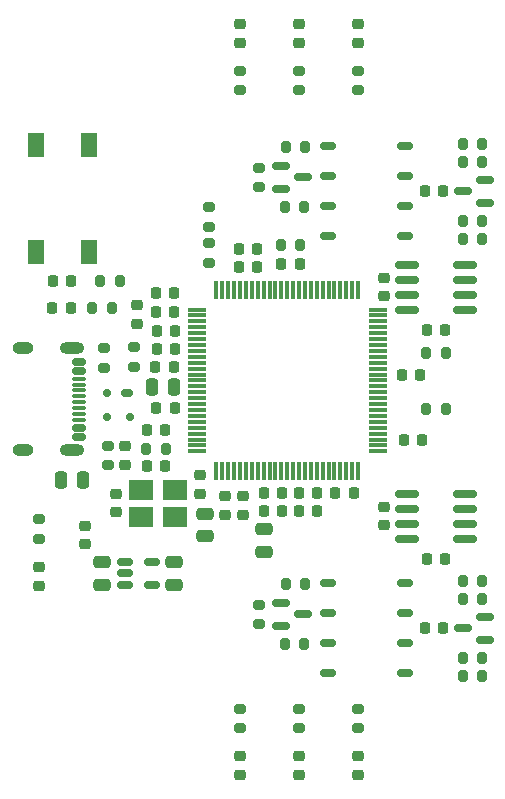
<source format=gtp>
G04 #@! TF.GenerationSoftware,KiCad,Pcbnew,8.0.5*
G04 #@! TF.CreationDate,2024-10-15T19:31:52+02:00*
G04 #@! TF.ProjectId,CANbardo,43414e62-6172-4646-9f2e-6b696361645f,Rev1*
G04 #@! TF.SameCoordinates,Original*
G04 #@! TF.FileFunction,Paste,Top*
G04 #@! TF.FilePolarity,Positive*
%FSLAX46Y46*%
G04 Gerber Fmt 4.6, Leading zero omitted, Abs format (unit mm)*
G04 Created by KiCad (PCBNEW 8.0.5) date 2024-10-15 19:31:52*
%MOMM*%
%LPD*%
G01*
G04 APERTURE LIST*
G04 Aperture macros list*
%AMRoundRect*
0 Rectangle with rounded corners*
0 $1 Rounding radius*
0 $2 $3 $4 $5 $6 $7 $8 $9 X,Y pos of 4 corners*
0 Add a 4 corners polygon primitive as box body*
4,1,4,$2,$3,$4,$5,$6,$7,$8,$9,$2,$3,0*
0 Add four circle primitives for the rounded corners*
1,1,$1+$1,$2,$3*
1,1,$1+$1,$4,$5*
1,1,$1+$1,$6,$7*
1,1,$1+$1,$8,$9*
0 Add four rect primitives between the rounded corners*
20,1,$1+$1,$2,$3,$4,$5,0*
20,1,$1+$1,$4,$5,$6,$7,0*
20,1,$1+$1,$6,$7,$8,$9,0*
20,1,$1+$1,$8,$9,$2,$3,0*%
G04 Aperture macros list end*
%ADD10RoundRect,0.225000X-0.250000X0.225000X-0.250000X-0.225000X0.250000X-0.225000X0.250000X0.225000X0*%
%ADD11RoundRect,0.200000X-0.275000X0.200000X-0.275000X-0.200000X0.275000X-0.200000X0.275000X0.200000X0*%
%ADD12RoundRect,0.175000X-0.475000X-0.175000X0.475000X-0.175000X0.475000X0.175000X-0.475000X0.175000X0*%
%ADD13RoundRect,0.200000X0.275000X-0.200000X0.275000X0.200000X-0.275000X0.200000X-0.275000X-0.200000X0*%
%ADD14RoundRect,0.225000X0.225000X0.250000X-0.225000X0.250000X-0.225000X-0.250000X0.225000X-0.250000X0*%
%ADD15RoundRect,0.250000X0.250000X0.475000X-0.250000X0.475000X-0.250000X-0.475000X0.250000X-0.475000X0*%
%ADD16RoundRect,0.200000X0.200000X0.275000X-0.200000X0.275000X-0.200000X-0.275000X0.200000X-0.275000X0*%
%ADD17RoundRect,0.218750X-0.218750X-0.256250X0.218750X-0.256250X0.218750X0.256250X-0.218750X0.256250X0*%
%ADD18RoundRect,0.250000X-0.475000X0.250000X-0.475000X-0.250000X0.475000X-0.250000X0.475000X0.250000X0*%
%ADD19RoundRect,0.218750X0.256250X-0.218750X0.256250X0.218750X-0.256250X0.218750X-0.256250X-0.218750X0*%
%ADD20RoundRect,0.200000X-0.200000X-0.275000X0.200000X-0.275000X0.200000X0.275000X-0.200000X0.275000X0*%
%ADD21RoundRect,0.225000X-0.225000X-0.250000X0.225000X-0.250000X0.225000X0.250000X-0.225000X0.250000X0*%
%ADD22RoundRect,0.150000X-0.512500X-0.150000X0.512500X-0.150000X0.512500X0.150000X-0.512500X0.150000X0*%
%ADD23RoundRect,0.150000X-0.587500X-0.150000X0.587500X-0.150000X0.587500X0.150000X-0.587500X0.150000X0*%
%ADD24RoundRect,0.218750X-0.256250X0.218750X-0.256250X-0.218750X0.256250X-0.218750X0.256250X0.218750X0*%
%ADD25RoundRect,0.150000X0.587500X0.150000X-0.587500X0.150000X-0.587500X-0.150000X0.587500X-0.150000X0*%
%ADD26RoundRect,0.225000X0.250000X-0.225000X0.250000X0.225000X-0.250000X0.225000X-0.250000X-0.225000X0*%
%ADD27RoundRect,0.218750X0.218750X0.256250X-0.218750X0.256250X-0.218750X-0.256250X0.218750X-0.256250X0*%
%ADD28RoundRect,0.150000X-0.425000X0.150000X-0.425000X-0.150000X0.425000X-0.150000X0.425000X0.150000X0*%
%ADD29RoundRect,0.075000X-0.500000X0.075000X-0.500000X-0.075000X0.500000X-0.075000X0.500000X0.075000X0*%
%ADD30O,2.100000X1.000000*%
%ADD31O,1.800000X1.000000*%
%ADD32R,1.400000X2.100000*%
%ADD33R,2.100000X1.800000*%
%ADD34RoundRect,0.150000X-0.825000X-0.150000X0.825000X-0.150000X0.825000X0.150000X-0.825000X0.150000X0*%
%ADD35RoundRect,0.075000X0.075000X-0.725000X0.075000X0.725000X-0.075000X0.725000X-0.075000X-0.725000X0*%
%ADD36RoundRect,0.075000X0.725000X-0.075000X0.725000X0.075000X-0.725000X0.075000X-0.725000X-0.075000X0*%
%ADD37RoundRect,0.175000X-0.325000X0.175000X-0.325000X-0.175000X0.325000X-0.175000X0.325000X0.175000X0*%
%ADD38RoundRect,0.150000X-0.150000X0.200000X-0.150000X-0.200000X0.150000X-0.200000X0.150000X0.200000X0*%
G04 APERTURE END LIST*
D10*
X92650000Y-66425000D03*
X92650000Y-67975000D03*
D11*
X97600000Y-40375000D03*
X97600000Y-42025000D03*
D12*
X103450000Y-38590000D03*
X103450000Y-41130000D03*
X103450000Y-43670000D03*
X103450000Y-46210000D03*
X109950000Y-46210000D03*
X109950000Y-43670000D03*
X109950000Y-41130000D03*
X109950000Y-38590000D03*
D13*
X96000000Y-87825000D03*
X96000000Y-86175000D03*
D14*
X97475000Y-48800000D03*
X95925000Y-48800000D03*
D15*
X82725000Y-66825000D03*
X80825000Y-66825000D03*
D16*
X116525000Y-75400000D03*
X114875000Y-75400000D03*
D11*
X93400000Y-43750000D03*
X93400000Y-45400000D03*
D17*
X88812500Y-57225000D03*
X90387500Y-57225000D03*
D14*
X90425000Y-52600000D03*
X88875000Y-52600000D03*
D18*
X98000000Y-71000000D03*
X98000000Y-72900000D03*
D19*
X101000000Y-29787500D03*
X101000000Y-28212500D03*
D20*
X83475000Y-52300000D03*
X85125000Y-52300000D03*
D21*
X109725000Y-57900000D03*
X111275000Y-57900000D03*
D20*
X99775000Y-80700000D03*
X101425000Y-80700000D03*
D22*
X86262500Y-73787500D03*
X86262500Y-74737500D03*
X86262500Y-75687500D03*
X88537500Y-75687500D03*
X88537500Y-73787500D03*
D23*
X99462500Y-77250000D03*
X99462500Y-79150000D03*
X101337500Y-78200000D03*
D10*
X96220000Y-68215000D03*
X96220000Y-69765000D03*
D14*
X90425000Y-51000000D03*
X88875000Y-51000000D03*
D16*
X116525000Y-38400000D03*
X114875000Y-38400000D03*
D18*
X90450000Y-73787500D03*
X90450000Y-75687500D03*
D19*
X86275000Y-65537500D03*
X86275000Y-63962500D03*
D24*
X79000000Y-74193750D03*
X79000000Y-75768750D03*
D16*
X113425000Y-60800000D03*
X111775000Y-60800000D03*
D25*
X116737500Y-80350000D03*
X116737500Y-78450000D03*
X114862500Y-79400000D03*
D20*
X99875000Y-38600000D03*
X101525000Y-38600000D03*
D13*
X101000000Y-87825000D03*
X101000000Y-86175000D03*
D26*
X108150000Y-70675000D03*
X108150000Y-69125000D03*
X108150000Y-51275000D03*
X108150000Y-49725000D03*
D14*
X90475000Y-60700000D03*
X88925000Y-60700000D03*
X101050000Y-48500000D03*
X99500000Y-48500000D03*
X89675000Y-62625000D03*
X88125000Y-62625000D03*
D11*
X97600000Y-77375000D03*
X97600000Y-79025000D03*
D13*
X84500000Y-57325000D03*
X84500000Y-55675000D03*
X93400000Y-48425000D03*
X93400000Y-46775000D03*
D21*
X109875000Y-63400000D03*
X111425000Y-63400000D03*
D12*
X103450000Y-75590000D03*
X103450000Y-78130000D03*
X103450000Y-80670000D03*
X103450000Y-83210000D03*
X109950000Y-83210000D03*
X109950000Y-80670000D03*
X109950000Y-78130000D03*
X109950000Y-75590000D03*
D14*
X113375000Y-73500000D03*
X111825000Y-73500000D03*
D20*
X99450000Y-46900000D03*
X101100000Y-46900000D03*
D16*
X89725000Y-64175000D03*
X88075000Y-64175000D03*
D11*
X106000000Y-32175000D03*
X106000000Y-33825000D03*
X87050000Y-55600000D03*
X87050000Y-57250000D03*
D27*
X99567500Y-69450000D03*
X97992500Y-69450000D03*
D16*
X113425000Y-56100000D03*
X111775000Y-56100000D03*
X116525000Y-76900000D03*
X114875000Y-76900000D03*
D27*
X81687500Y-52300000D03*
X80112500Y-52300000D03*
D24*
X101000000Y-90212500D03*
X101000000Y-91787500D03*
D14*
X102525000Y-67900000D03*
X100975000Y-67900000D03*
D24*
X96000000Y-90212500D03*
X96000000Y-91787500D03*
D20*
X99875000Y-75600000D03*
X101525000Y-75600000D03*
D28*
X82355000Y-56800000D03*
X82355000Y-57600000D03*
D29*
X82355000Y-58750000D03*
X82355000Y-59750000D03*
X82355000Y-60250000D03*
X82355000Y-61250000D03*
D28*
X82355000Y-62400000D03*
X82355000Y-63200000D03*
X82355000Y-63200000D03*
X82355000Y-62400000D03*
D29*
X82355000Y-61750000D03*
X82355000Y-60750000D03*
X82355000Y-59250000D03*
X82355000Y-58250000D03*
D28*
X82355000Y-57600000D03*
X82355000Y-56800000D03*
D30*
X81780000Y-55680000D03*
D31*
X77600000Y-55680000D03*
D30*
X81780000Y-64320000D03*
D31*
X77600000Y-64320000D03*
D32*
X78750000Y-47550000D03*
X78750000Y-38450000D03*
X83250000Y-47550000D03*
X83250000Y-38450000D03*
D24*
X82900000Y-70712500D03*
X82900000Y-72287500D03*
D20*
X99775000Y-43700000D03*
X101425000Y-43700000D03*
D14*
X89675000Y-65635000D03*
X88125000Y-65635000D03*
D16*
X116525000Y-39900000D03*
X114875000Y-39900000D03*
D23*
X99462500Y-40250000D03*
X99462500Y-42150000D03*
X101337500Y-41200000D03*
D14*
X90525000Y-55750000D03*
X88975000Y-55750000D03*
X90525000Y-54200000D03*
X88975000Y-54200000D03*
D11*
X96000000Y-32175000D03*
X96000000Y-33825000D03*
D19*
X106000000Y-29787500D03*
X106000000Y-28212500D03*
D14*
X113375000Y-54100000D03*
X111825000Y-54100000D03*
D18*
X84350000Y-73787500D03*
X84350000Y-75687500D03*
D14*
X81675000Y-50000000D03*
X80125000Y-50000000D03*
D13*
X106000000Y-87825000D03*
X106000000Y-86175000D03*
D24*
X106000000Y-90212500D03*
X106000000Y-91787500D03*
D14*
X97475000Y-47240000D03*
X95925000Y-47240000D03*
D19*
X96000000Y-29787500D03*
X96000000Y-28212500D03*
D14*
X102525000Y-69450000D03*
X100975000Y-69450000D03*
D33*
X90525000Y-67675000D03*
X87625000Y-67675000D03*
X87625000Y-69975000D03*
X90525000Y-69975000D03*
D16*
X116525000Y-44900000D03*
X114875000Y-44900000D03*
D11*
X101000000Y-32175000D03*
X101000000Y-33825000D03*
D16*
X116525000Y-81900000D03*
X114875000Y-81900000D03*
D11*
X84800000Y-63925000D03*
X84800000Y-65575000D03*
D25*
X116737500Y-43350000D03*
X116737500Y-41450000D03*
X114862500Y-42400000D03*
D13*
X79000000Y-71806250D03*
X79000000Y-70156250D03*
D10*
X94760000Y-68215000D03*
X94760000Y-69765000D03*
D18*
X93050000Y-69700000D03*
X93050000Y-71600000D03*
D34*
X110125000Y-48595000D03*
X110125000Y-49865000D03*
X110125000Y-51135000D03*
X110125000Y-52405000D03*
X115075000Y-52405000D03*
X115075000Y-51135000D03*
X115075000Y-49865000D03*
X115075000Y-48595000D03*
D35*
X94000000Y-66075000D03*
X94500000Y-66075000D03*
X95000000Y-66075000D03*
X95500000Y-66075000D03*
X96000000Y-66075000D03*
X96500000Y-66075000D03*
X97000000Y-66075000D03*
X97500000Y-66075000D03*
X98000000Y-66075000D03*
X98500000Y-66075000D03*
X99000000Y-66075000D03*
X99500000Y-66075000D03*
X100000000Y-66075000D03*
X100500000Y-66075000D03*
X101000000Y-66075000D03*
X101500000Y-66075000D03*
X102000000Y-66075000D03*
X102500000Y-66075000D03*
X103000000Y-66075000D03*
X103500000Y-66075000D03*
X104000000Y-66075000D03*
X104500000Y-66075000D03*
X105000000Y-66075000D03*
X105500000Y-66075000D03*
X106000000Y-66075000D03*
D36*
X107675000Y-64400000D03*
X107675000Y-63900000D03*
X107675000Y-63400000D03*
X107675000Y-62900000D03*
X107675000Y-62400000D03*
X107675000Y-61900000D03*
X107675000Y-61400000D03*
X107675000Y-60900000D03*
X107675000Y-60400000D03*
X107675000Y-59900000D03*
X107675000Y-59400000D03*
X107675000Y-58900000D03*
X107675000Y-58400000D03*
X107675000Y-57900000D03*
X107675000Y-57400000D03*
X107675000Y-56900000D03*
X107675000Y-56400000D03*
X107675000Y-55900000D03*
X107675000Y-55400000D03*
X107675000Y-54900000D03*
X107675000Y-54400000D03*
X107675000Y-53900000D03*
X107675000Y-53400000D03*
X107675000Y-52900000D03*
X107675000Y-52400000D03*
D35*
X106000000Y-50725000D03*
X105500000Y-50725000D03*
X105000000Y-50725000D03*
X104500000Y-50725000D03*
X104000000Y-50725000D03*
X103500000Y-50725000D03*
X103000000Y-50725000D03*
X102500000Y-50725000D03*
X102000000Y-50725000D03*
X101500000Y-50725000D03*
X101000000Y-50725000D03*
X100500000Y-50725000D03*
X100000000Y-50725000D03*
X99500000Y-50725000D03*
X99000000Y-50725000D03*
X98500000Y-50725000D03*
X98000000Y-50725000D03*
X97500000Y-50725000D03*
X97000000Y-50725000D03*
X96500000Y-50725000D03*
X96000000Y-50725000D03*
X95500000Y-50725000D03*
X95000000Y-50725000D03*
X94500000Y-50725000D03*
X94000000Y-50725000D03*
D36*
X92325000Y-52400000D03*
X92325000Y-52900000D03*
X92325000Y-53400000D03*
X92325000Y-53900000D03*
X92325000Y-54400000D03*
X92325000Y-54900000D03*
X92325000Y-55400000D03*
X92325000Y-55900000D03*
X92325000Y-56400000D03*
X92325000Y-56900000D03*
X92325000Y-57400000D03*
X92325000Y-57900000D03*
X92325000Y-58400000D03*
X92325000Y-58900000D03*
X92325000Y-59400000D03*
X92325000Y-59900000D03*
X92325000Y-60400000D03*
X92325000Y-60900000D03*
X92325000Y-61400000D03*
X92325000Y-61900000D03*
X92325000Y-62400000D03*
X92325000Y-62900000D03*
X92325000Y-63400000D03*
X92325000Y-63900000D03*
X92325000Y-64400000D03*
D37*
X86450000Y-59500000D03*
D38*
X84750000Y-59500000D03*
X84750000Y-61500000D03*
X86650000Y-61500000D03*
D21*
X111625000Y-42400000D03*
X113175000Y-42400000D03*
X104075000Y-67890000D03*
X105625000Y-67890000D03*
D16*
X85825000Y-50000000D03*
X84175000Y-50000000D03*
D21*
X98005000Y-67900000D03*
X99555000Y-67900000D03*
D26*
X85500000Y-69525000D03*
X85500000Y-67975000D03*
D16*
X116525000Y-83400000D03*
X114875000Y-83400000D03*
D34*
X110125000Y-67995000D03*
X110125000Y-69265000D03*
X110125000Y-70535000D03*
X110125000Y-71805000D03*
X115075000Y-71805000D03*
X115075000Y-70535000D03*
X115075000Y-69265000D03*
X115075000Y-67995000D03*
D16*
X116525000Y-46400000D03*
X114875000Y-46400000D03*
D24*
X87300000Y-52012500D03*
X87300000Y-53587500D03*
D15*
X90425000Y-58950000D03*
X88525000Y-58950000D03*
D21*
X111625000Y-79400000D03*
X113175000Y-79400000D03*
M02*

</source>
